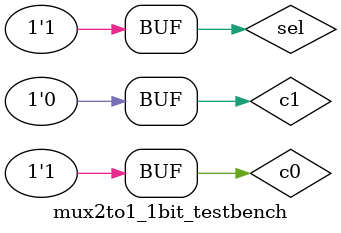
<source format=v>
module mux2to1_1bit_testbench();
	wire out;
	reg c0;
	reg c1;
	reg sel;
	mux2to1_1bit muxA(out,c0,c1,sel);
	initial begin
		c0= 1'b01 ; c1= 1'b10; sel= 1'b0;
		#20;
		c0= 1'b01 ; c1= 1'b10; sel= 1'b1;
		#20;
	end
	initial begin
		$monitor(" c0=%1b c1=%1b sel=%1b out=%1b",c0,c1,sel,out);
	end						
endmodule 
</source>
